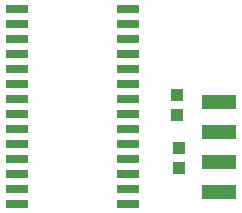
<source format=gbr>
G04 EAGLE Gerber RS-274X export*
G75*
%MOMM*%
%FSLAX34Y34*%
%LPD*%
%INSolderpaste Top*%
%IPPOS*%
%AMOC8*
5,1,8,0,0,1.08239X$1,22.5*%
G01*
%ADD10R,1.922000X0.650000*%
%ADD11R,3.000000X1.250000*%
%ADD12R,1.100000X1.000000*%


D10*
X52428Y190500D03*
X52428Y177800D03*
X52428Y165100D03*
X52428Y152400D03*
X52428Y139700D03*
X52428Y127000D03*
X52428Y114300D03*
X52428Y101600D03*
X52428Y88900D03*
X52428Y76200D03*
X52428Y63500D03*
X52428Y50800D03*
X52428Y38100D03*
X52428Y25400D03*
X146708Y25400D03*
X146708Y38100D03*
X146708Y50800D03*
X146708Y63500D03*
X146708Y76200D03*
X146708Y88900D03*
X146708Y101600D03*
X146708Y114300D03*
X146708Y127000D03*
X146708Y139700D03*
X146708Y152400D03*
X146708Y165100D03*
X146708Y177800D03*
X146708Y190500D03*
D11*
X223406Y86614D03*
X223406Y61214D03*
X223406Y35814D03*
X223406Y112014D03*
D12*
X189230Y55762D03*
X189230Y72762D03*
X187960Y100466D03*
X187960Y117466D03*
M02*

</source>
